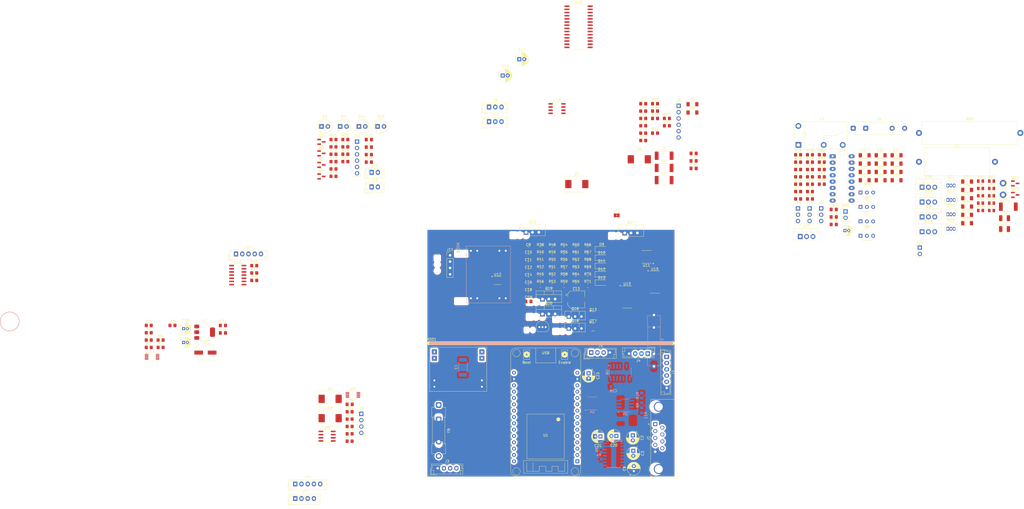
<source format=kicad_pcb>
(kicad_pcb (version 20240108) (generator "pcbnew") (generator_version "8.0")
  (layers (0 "F.Cu" signal) (31 "B.Cu" signal) (34 "B.Paste" user) (35 "F.Paste" user) (36 "B.SilkS" user "B.Silkscreen") (37 "F.SilkS" user "F.Silkscreen") (38 "B.Mask" user) (39 "F.Mask" user) (44 "Edge.Cuts" user))
  (net 0 "")
  (net 1 "GND")
  (net 2 "VOLTAGE_BATT_12V")
  (net 3 "VREF_2V5")
  (net 4 "Net-(U13A--)")
  (net 5 "+5V")
  (net 6 "Net-(U13B--)")
  (net 7 "Net-(U18B-+)")
  (net 8 "Net-(Q19-B)")
  (net 9 "Net-(Q20-B)")
  (net 10 "TEMP_HEAT_SINK_12V")
  (net 11 "TEMP_HEAT_SINK_24V")
  (net 12 "TEMP_AKU_24V")
  (net 13 "TEMP_AKU_12V")
  (net 14 "Net-(U17-VO)")
  (net 15 "DC_LINE_24V")
  (net 16 "Net-(Q13-C)")
  (net 17 "Net-(Q16-B)")
  (net 18 "Net-(Q17-C)")
  (net 19 "Net-(Q17-B)")
  (net 20 "Net-(Q18-B)")
  (net 21 "Net-(Q19-E)")
  (net 22 "Net-(Q20-E)")
  (net 23 "BALANCE_ON_24V")
  (net 24 "BALANCE_ON_12V")
  (net 25 "Net-(J9-Pin_3)")
  (net 26 "Net-(J9-Pin_2)")
  (net 27 "Net-(J12-Pin_3)")
  (net 28 "PWM_OUT1")
  (net 29 "Net-(U18B--)")
  (net 30 "PWM_OUT2")
  (net 31 "R_shunt")
  (net 32 "7_SEG_DISP_CLOCK")
  (net 33 "+3V3")
  (net 34 "Net-(MOD1-OUT+)")
  (net 35 "Net-(U1-EN)")
  (net 36 "7_SEG_DISP_LATCH")
  (net 37 "Net-(U3-T1IN)")
  (net 38 "Net-(U3-R1IN)")
  (net 39 "/BMS/BMS_microcontroller/RS485_A")
  (net 40 "Net-(J2-Pin_2)")
  (net 41 "/BMS/BMS_microcontroller/RS485_B")
  (net 42 "Net-(J2-Pin_3)")
  (net 43 "SDA_ESP")
  (net 44 "Net-(J2-Pin_4)")
  (net 45 "Net-(J2-Pin_5)")
  (net 46 "CLOCK_ESP")
  (net 47 "Net-(J7-Pin_4)")
  (net 48 "INVERTER_TX")
  (net 49 "Net-(J7-Pin_3)")
  (net 50 "CO2_SENSOR")
  (net 51 "7_SEG_DISP_DATA")
  (net 52 "METER_GRID_TX")
  (net 53 "LCD_DISP_DATA")
  (net 54 "H2_SENSOR")
  (net 55 "RS485_TX_ESP")
  (net 56 "RST")
  (net 57 "/ESP32_Measurment_Board/RS485_A")
  (net 58 "/ESP32_Measurment_Board/RS485_B")
  (net 59 "SDA")
  (net 60 "CLOCK")
  (net 61 "RS485_OUTPUT_ENABLE")
  (net 62 "RS232_RX")
  (net 63 "RS232_TX")
  (net 64 "METER_PV_RX")
  (net 65 "INVERTER_RX")
  (net 66 "LCD_DISP_LATCH")
  (net 67 "METER_GRID_RX")
  (net 68 "METER_PV_TX")
  (net 69 "METER_MAIN_TX")
  (net 70 "PGD")
  (net 71 "PGC")
  (net 72 "DBG_UART")
  (net 73 "Net-(D8-K)")
  (net 74 "+BATT_12V")
  (net 75 "GNDA")
  (net 76 "Net-(D9-K)")
  (net 77 "Net-(MOD2-OUT+)")
  (net 78 "+BATT_24V")
  (net 79 "Net-(J12-Pin_2)")
  (net 80 "Net-(Q13-B)")
  (net 81 "Net-(Q14-E)")
  (net 82 "Net-(Q14-B)")
  (net 83 "Net-(Q15-B)")
  (net 84 "Net-(Q15-E)")
  (net 86 "METER_MAIN_RX")
  (net 87 "DISP_DATA")
  (net 88 "Net-(J3-Pin_2)")
  (net 90 "Net-(J3-Pin_3)")
  (net 93 "Net-(U3-C1+)")
  (net 94 "Net-(U3-C1-)")
  (net 95 "Net-(U3-C2+)")
  (net 96 "Net-(U3-C2-)")
  (net 97 "Net-(U3-VS-)")
  (net 98 "Net-(U3-VS+)")
  (net 99 "Net-(J2-Pin_1)")
  (net 100 "Net-(J3-Pin_4)")
  (net 101 "Net-(Q10-D)")
  (net 104 "Net-(Q9-D)")
  (net 109 "Net-(J4-Pin_2)")
  (net 110 "Net-(J4-Pin_3)")
  (net 111 "Net-(J5-Pin_3)")
  (net 112 "Net-(J5-Pin_2)")
  (net 117 "RS485_OUTPUT_ENABLE_ESP")
  (net 118 "DISP_CLOCK")
  (net 119 "DISP_LATCH")
  (net 120 "RS485_RX_ESP")
  (net 121 "RS232_RX_ESP")
  (net 122 "RS232_TX_ESP")
  (net 124 "Net-(D31-A)")
  (net 125 "Net-(U18A-+)")
  (net 126 "Net-(U15C--)")
  (net 127 "Net-(U15D--)")
  (net 128 "Net-(U15B--)")
  (net 129 "Net-(U15A--)")
  (net 130 "Net-(U18A--)")
  (net 131 "Net-(U13C--)")
  (net 132 "Net-(U13D--)")
  (net 133 "Net-(J15-Pin_1)")
  (net 134 "Net-(J16-Pin_1)")
  (net 135 "Net-(D3-A)")
  (net 136 "Net-(D4-A)")
  (net 137 "Net-(D14-A)")
  (net 138 "Net-(D15-A)")
  (net 139 "RB1")
  (net 140 "Net-(D32-A)")
  (net 141 "PWM_OUT_DISCH")
  (net 142 "Net-(D33-A)")
  (net 143 "Net-(Q1-B)")
  (net 144 "Net-(Q1-C)")
  (net 145 "Net-(Q2-C)")
  (net 146 "Net-(Q2-B)")
  (net 147 "Net-(Q3-C)")
  (net 148 "Net-(Q3-B)")
  (net 149 "Net-(Q4-B)")
  (net 150 "Net-(Q4-C)")
  (net 151 "Net-(R15-Pad2)")
  (net 152 "Net-(R16-Pad2)")
  (net 153 "LED1")
  (net 154 "LED2")
  (net 155 "LCD_DISP_CLOCK")
  (net 156 "Net-(Q5-B)")
  (net 157 "BUZZER")
  (net 158 "Net-(D17-K)")
  (net 159 "Net-(J19-Pin_2)")
  (net 160 "GAMA_METER_LED")
  (net 161 "/ESP32_Measurment_Board/INV_TX_RS232")
  (net 162 "/ESP32_Measurment_Board/INV_RX_RS232")
  (net 163 "Net-(D34-K)")
  (net 164 "Net-(D35-A)")
  (net 165 "PWM_OUT_CHRG")
  (net 166 "Net-(D36-K)")
  (net 167 "+20V")
  (net 168 "Net-(F4-Pad2)")
  (net 169 "Net-(J23-Pin_1)")
  (net 170 "Net-(J21-Pin_1)")
  (net 171 "Net-(J18-Pin_2)")
  (net 172 "Net-(J18-Pin_1)")
  (net 173 "DS18B20")
  (net 174 "Net-(D16-K)")
  (net 175 "Net-(Q6-B)")
  (net 176 "Net-(Q7-B)")
  (net 177 "SMOKE_DETECTOR_OUTPUT")
  (net 178 "Net-(Q8-B)")
  (net 179 "Net-(Q8-C)")
  (net 180 "Net-(Q11-B)")
  (net 181 "Net-(Q11-E)")
  (net 182 "Net-(Q22-C)")
  (net 183 "Net-(Q23-C)")
  (net 184 "Net-(Q24-E)")
  (net 185 "Net-(Q24-B)")
  (net 186 "SMOKE_DETECTOR_RESET")
  (net 187 "Net-(U17-ADJ)")
  (net 188 "ALARM_RESET_BUTTON")
  (net 189 "EXTERNAL_PS_ON")
  (net 190 "Net-(U3-R2OUT)")
  (net 191 "Net-(R81-Pad2)")
  (net 192 "Net-(R82-Pad2)")
  (net 193 "Net-(U4-RO)")
  (net 194 "Net-(U3-T2IN)")
  (net 195 "Net-(U8-DI)")
  (net 196 "Net-(R86-Pad2)")
  (net 197 "Net-(U8-DE)")
  (net 198 "Net-(U8-RO)")
  (net 199 "Net-(U5-DI)")
  (net 200 "Net-(R90-Pad2)")
  (net 202 "IDEAL_DIODE_DISABLE")
  (footprint "Package_SO:SOIC-14_3.9x8.7mm_P1.27mm" (layer "F.Cu") (at 258.65 51.515)
    (property "Reference" "U15")
    (property "Value" "LM324")
  )
  (footprint "Capacitor_THT:CP_Radial_D5.0mm_P2.00mm" (layer "F.Cu") (at 197.67455 -31.4)
    (property "Reference" "C15")
    (property "Value" "47u")
  )
  (footprint "Resistor_SMD:R_0805_2012Metric_Pad1.20x1.40mm_HandSolder" (layer "F.Cu") (at 217.5 38.15)
    (property "Reference" "R48")
    (property "Value" "0R")
  )
  (footprint "Resistor_SMD:R_0805_2012Metric_Pad1.20x1.40mm_HandSolder" (layer "F.Cu") (at 227 52.9)
    (property "Reference" "R65")
    (property "Value" "3k")
  )
  (footprint "Connector_JST:JST_EH_B2B-EH-A_1x02_P2.50mm_Vertical" (layer "F.Cu") (at 145.125 7.475)
    (property "Reference" "J15")
    (property "Value" "FAN1")
  )
  (footprint "Resistor_SMD:R_0805_2012Metric" (layer "F.Cu") (at 389.2275 16.86)
    (property "Reference" "R94")
    (property "Value" "4k7")
  )
  (footprint "Package_TO_SOT_SMD:SOT-23" (layer "F.Cu") (at 125.005 -4.79)
    (property "Reference" "Q1")
    (property "Value" "BC817")
  )
  (footprint "Package_TO_SOT_THT:TO-220-3_Vertical" (layer "F.Cu") (at 365.8075 13.41)
    (property "Reference" "D18")
    (property "Value" "D_Schottk")
  )
  (footprint "Resistor_SMD:R_0805_2012Metric_Pad1.20x1.40mm_HandSolder" (layer "F.Cu") (at 217.5 52.9)
    (property "Reference" "R53")
    (property "Value" "10k")
  )
  (footprint "Package_SO:VSSOP-10_3x3mm_P0.5mm" (layer "F.Cu") (at 137.63 96.775)
    (property "Reference" "U9")
    (property "Value" "INA226")
  )
  (footprint "Resistor_SMD:R_0805_2012Metric" (layer "F.Cu") (at 393.6375 22.76)
    (property "Reference" "R101")
    (property "Value" "100R")
  )
  (footprint "Diode_SMD:D_SMC" (layer "F.Cu") (at 227.375 12.16)
    (property "Reference" "D7")
    (property "Value" "D_TVS")
  )
  (footprint "Capacitor_SMD:C_0805_2012Metric_Pad1.18x1.45mm_HandSolder" (layer "F.Cu") (at 207.97 53.23)
    (property "Reference" "C16")
    (property "Value" "100n")
  )
  (footprint "Package_TO_SOT_THT:TO-92_Inline_Wide" (layer "F.Cu") (at 341.1075 32.92)
    (property "Reference" "Q8")
    (property "Value" "NPN")
  )
  (footprint "Resistor_SMD:R_0805_2012Metric_Pad1.20x1.40mm_HandSolder" (layer "F.Cu") (at 212.75 47)
    (property "Reference" "R42")
    (property "Value" "0R1")
  )
  (footprint "Resistor_SMD:R_0805_2012Metric_Pad1.20x1.40mm_HandSolder" (layer "F.Cu") (at 320.8475 15.16)
    (property "Reference" "R84")
    (property "Value" "4k7")
  )
  (footprint "Connector_JST:JST_EH_B2B-EH-A_1x02_P2.50mm_Vertical" (layer "F.Cu") (at 145.125 13.325)
    (property "Reference" "J16")
    (property "Value" "FAN2")
  )
  (footprint "Jumper:SolderJumper-2_P1.3mm_Bridged2Bar_Pad1.0x1.5mm" (layer "F.Cu") (at 243.375 24.705)
    (property "Reference" "JP1")
    (property "Value" "GND_Bridged")
  )
  (footprint "Package_TO_SOT_SMD:SOT-23" (layer "F.Cu") (at 233.92 69.55)
    (property "Reference" "Q17")
    (property "Value" "BC817")
  )
  (footprint "Resistor_SMD:R_0805_2012Metric" (layer "F.Cu") (at 393.6375 13.91)
    (property "Reference" "R98")
    (property "Value" "10k")
  )
  (footprint "Resistor_SMD:R_0805_2012Metric_Pad1.20x1.40mm_HandSolder" (layer "F.Cu") (at 227 38.15)
    (property "Reference" "R60")
    (property "Value" "1k")
  )
  (footprint "Resistor_SMD:R_0805_2012Metric_Pad1.20x1.40mm_HandSolder" (layer "F.Cu") (at 316.0975 12.21)
    (property "Reference" "R75")
    (property "Value" "240R")
  )
  (footprint "Resistor_SMD:R_0805_2012Metric_Pad1.20x1.40mm_HandSolder" (layer "F.Cu") (at 212.75 41.1)
    (property "Reference" "R40")
    (property "Value" "120R")
  )
  (footprint "Resistor_SMD:R_0805_2012Metric_Pad1.20x1.40mm_HandSolder" (layer "F.Cu") (at 231.75 49.95)
    (property "Reference" "R70")
    (property "Value" "0R")
  )
  (footprint "Resistor_SMD:R_0805_2012Metric_Pad1.20x1.40mm_HandSolder" (layer "F.Cu") (at 65.275 68.865)
    (property "Reference" "R8")
    (property "Value" "510R")
  )
  (footprint "Resistor_SMD:R_0805_2012Metric_Pad1.20x1.40mm_HandSolder" (layer "F.Cu") (at 325.5975 3.36)
    (property "Reference" "R87")
    (property "Value" "4k7")
  )
  (footprint "Resistor_SMD:R_0805_2012Metric_Pad1.20x1.40mm_HandSolder" (layer "F.Cu") (at 136.3 106.48)
    (property "Reference" "R12")
    (property "Value" "510R")
  )
  (footprint "Resistor_SMD:R_0805_2012Metric_Pad1.20x1.40mm_HandSolder" (layer "F.Cu") (at 253.995 -14.185)
    (property "Reference" "R31")
    (property "Value" "6k8")
  )
  (footprint "Package_TO_SOT_THT:TO-126-3_Vertical" (layer "F.Cu") (at 224.16 65.3)
    (property "Reference" "Q16")
    (property "Value" "BD238")
  )
  (footprint "Resistor_SMD:R_0805_2012Metric_Pad1.20x1.40mm_HandSolder" (layer "F.Cu") (at 129.825 -2.765)
    (property "Reference" "R16")
    (property "Value" "0R")
  )
  (footprint "Connector_JST:JST_EH_B4B-EH-A_1x04_P2.50mm_Vertical" (layer "F.Cu") (at 233.15 79.75)
    (property "Reference" "J5")
    (property "Value" "Conn_01x04")
  )
  (footprint "Package_TO_SOT_THT:TO-92_Inline" (layer "F.Cu") (at 376.1075 30.11)
    (property "Reference" "Q25")
    (property "Value" "BC327")
  )
  (footprint "Capacitor_SMD:C_0805_2012Metric_Pad1.18x1.45mm_HandSolder" (layer "F.Cu") (at 144.005 3.345)
    (property "Reference" "C34")
    (property "Value" "100n")
  )
  (footprint "Resistor_SMD:R_0805_2012Metric_Pad1.20x1.40mm_HandSolder" (layer "F.Cu") (at 320.8475 9.26)
    (property "Reference" "R82")
    (property "Value" "10k")
  )
  (footprint "Capacitor_SMD:C_0805_2012Metric_Pad1.18x1.45mm_HandSolder" (layer "F.Cu") (at 274.205 -0.155)
    (property "Reference" "C4")
    (property "Value" "100n")
  )
  (footprint "Connector_JST:JST_EH_B3B-EH-A_1x03_P2.50mm_Vertical" (layer "F.Cu") (at 192.195 -12.9)
    (property "Reference" "J12")
    (property "Value" "Conn_01x03")
  )
  (footprint "Capacitor_SMD:C_0805_2012Metric_Pad1.18x1.45mm_HandSolder" (layer "F.Cu") (at 330.3775 28.36)
    (property "Reference" "C38")
    (property "Value" "100n")
  )
  (footprint "Capacitor_Tantalum_SMD:CP_EIA-3528-21_Kemet-B" (layer "F.Cu") (at 398.8625 25.85)
    (property "Reference" "C42")
    (property "Value" "22u")
  )
  (footprint "Resistor_SMD:R_0805_2012Metric_Pad1.20x1.40mm_HandSolder" (layer "F.Cu") (at 222.25 41.1)
    (property "Reference" "R55")
    (property "Value" "15k")
  )
  (footprint "Package_SO:SOIC-28W_7.5x17.9mm_P1.27mm" (layer "F.Cu") (at 228.075 -50.96)
    (property "Reference" "U10")
    (property "Value" "PIC16F886-IP")
  )
  (footprint "Resistor_SMD:R_0805_2012Metric_Pad1.20x1.40mm_HandSolder" (layer "F.Cu") (at 231.75 52.9)
    (property "Reference" "R71")
    (property "Value" "0R1")
  )
  (footprint "LED_THT:LED_D5.0mm" (layer "F.Cu") (at 125.035 -10.965)
    (property "Reference" "D3")
    (property "Value" "LED")
  )
  (footprint "Package_SO:SO-8_3.9x4.9mm_P1.27mm" (layer "F.Cu") (at 219.445 -18.13)
    (property "Reference" "U18")
    (property "Value" "LM358")
  )
  (footprint "Resistor_SMD:R_0805_2012Metric_Pad1.20x1.40mm_HandSolder" (layer "F.Cu") (at 258.745 -14.185)
    (property "Reference" "R37")
    (property "Value" "10k")
  )
  (footprint "Package_SO:VSSOP-10_3x3mm_P0.5mm" (layer "F.Cu") (at 57.105 81.49)
    (property "Reference" "U2")
    (property "Value" "INA226")
  )
  (footprint "Package_TO_SOT_THT:TO-220-3_Vertical" (layer "F.Cu") (at 365.8075 25.33)
    (property "Reference" "Q9")
    (property "Value" "PMOS")
  )
  (footprint "Resistor_SMD:R_0805_2012Metric_Pad1.20x1.40mm_HandSolder" (layer "F.Cu") (at 222.25 52.9)
    (property "Reference" "R59")
    (property "Value" "15k")
  )
  (footprint "Diode_SMD:D_MiniMELF" (layer "F.Cu") (at 342.7925 0.605)
    (property "Reference" "D17")
    (property "Value" "5V6")
  )
  (footprint "Resistor_SMD:R_0805_2012Metric" (layer "F.Cu") (at 389.2275 22.76)
    (property "Reference" "R96")
    (property "Value" "1k")
  )
  (footprint "Diode_SMD:D_MiniMELF" (layer "F.Cu") (at 355.5825 0.605)
    (property "Reference" "D27")
    (property "Value" "3V3")
  )
  (footprint "Diode_SMD:D_MiniMELF" (layer "F.Cu") (at 349.1875 0.605)
    (property "Reference" "D23")
    (property "Value" "3V3")
  )
  (footprint "Resistor_SMD:R_0805_2012Metric_Pad1.20x1.40mm_HandSolder" (layer "F.Cu") (at 217.5 41.1)
    (property "Reference" "R49")
    (property "Value" "0R")
  )
  (footprint "Resistor_SMD:R_0805_2012Metric_Pad1.20x1.40mm_HandSolder" (layer "F.Cu") (at 129.825 3.135)
    (property "Reference" "R19")
    (property "Value" "220R")
  )
  (footprint "Resistor_SMD:R_0805_2012Metric" (layer "F.Cu") (at 393.6375 19.81)
    (property "Reference" "R100")
    (property "Value" "1k")
  )
  (footprint "Resistor_SMD:R_0805_2012Metric_Pad1.20x1.40mm_HandSolder" (layer "F.Cu") (at 217.5 49.95)
    (property "Reference" "R52")
    (property "Value" "120R")
  )
  (footprint "Package_TO_SOT_SMD:SOT-223-3_TabPin2" (layer "F.Cu") (at 78.175 71.59)
    (property "Reference" "U7")
    (property "Value" "AMS1117-5.0")
  )
  (footprint "Capacitor_THT:CP_Radial_D5.0mm_P2.00mm" (layer "F.Cu") (at 236.855113 113.42 180)
    (property "Reference" "C21")
    (property "Value" "47u")
  )
  (footprint "Connector_JST:JST_EH_B5B-EH-A_1x05_P2.50mm_Vertical" (layer "F.Cu") (at 90.76 40.2)
    (property "Reference" "J17")
    (property "Value" "LCD_DISP")
  )
  (footprint "Resistor_SMD:R_0805_2012Metric_Pad1.20x1.40mm_HandSolder" (layer "F.Cu") (at 231.75 44.05)
    (property "Reference" "R68")
    (property "Value" "10K")
  )
  (footprint "Package_TO_SOT_THT:TO-92_Inline_Wide" (layer "F.Cu") (at 341.1075 21.34)
    (property "Reference" "Q6")
    (property "Value" "NPN")
  )
  (footprint "Diode_SMD:D_MiniMELF" (layer "F.Cu") (at 355.5825 3.945)
    (property "Reference" "D28")
    (property "Value" "3V3")
  )
  (footprint "Diode_SMD:D_MiniMELF" (layer "F.Cu") (at 273.74 -19.89)
    (property "Reference" "D5")
    (property "Value" "3V3")
  )
  (footprint "Diode_SMD:D_SMC" (layer "F.Cu") (at 128.505 106.1)
    (property "Reference" "D2")
    (property "Value" "D_TVS")
  )
  (footprint "Capacitor_SMD:CP_Elec_6.3x4.5" (layer "F.Cu") (at 227.15 58.45)
    (property "Reference" "C13")
    (property "Value" "10u")
  )
  (footprint "Package_TO_SOT_THT:TO-92_Inline" (layer "F.Cu") (at 376.1075 12.74)
    (property "Reference" "Q11")
    (property "Value" "BC327")
  )
  (footprint "Resistor_SMD:R_0805_2012Metric_Pad1.20x1.40mm_HandSolder" (layer "F.Cu") (at 60.525 77.715)
    (property "Reference" "R7")
    (property "Value" "510R")
  )
  (footprint "Resistor_SMD:R_0805_2012Metric_Pad1.20x1.40mm_HandSolder" (layer "F.Cu") (at 129.825 6.085)
    (property "Reference" "R20")
    (property "Value" "10K")
  )
  (footprint "Package_SO:SOIC-8_3.9x4.9mm_P1.27mm" (layer "F.Cu") (at 255.315 41.37 180)
    (property "Reference" "U11")
    (property "Value" "ST485")
  )
  (footprint "Resistor_SMD:R_0805_2012Metric_Pad1.20x1.40mm_HandSolder" (layer "F.Cu") (at 320.8475 6.31)
    (property "Reference" "R81")
    (property "Value" "10k")
  )
  (footprint "Capacitor_THT:CP_Radial_D5.0mm_P2.00mm" (layer "F.Cu") (at 232.1 88.1 -90)
    (property "Reference" "C23")
    (property "Value" "22u")
  )
  (footprint "Capacitor_SMD:C_0805_2012Metric_Pad1.18x1.45mm_HandSolder" (layer "F.Cu") (at 85.505 68.895)
    (property "Reference" "C24")
    (property "Value" "100n")
  )
  (footprint "Resistor_SMD:R_0805_2012Metric_Pad1.20x1.40mm_HandSolder" (layer "F.Cu") (at 320.8475 0.41)
    (property "Reference" "R78")
    (property "Value" "10k")
  )
  (footprint "Package_TO_SOT_THT:TO-92_Inline" (layer "F.Cu") (at 212.36 69.55)
    (property "Reference" "U14")
    (property "Value" "TL431LP")
  )
  (footprint "Diode_SMD:D_MiniMELF" (layer "F.Cu") (at 383.8525 21.175)
    (property "Reference" "D34")
    (property "Value" "11V")
  )
  (footprint "Diode_SMD:D_SMC" (layer "F.Cu") (at 252.44 2.215)
    (property "Reference" "D6")
    (property "Value" "D_TVS")
  )
  (footprint "Resistor_SMD:R_0805_2012Metric_Pad1.20x1.40mm_HandSolder" (layer "F.Cu") (at 253.995 -8.285)
    (property "Reference" "R33")
    (property "Value" "510R")
  )
  (footprint "Diode_SMD:D_MiniMELF" (layer "F.Cu") (at 383.8525 14.495)
    (property "Reference" "D32")
    (property "Value" "LL4148")
  )
  (footprint "Fuse:Fuse_2512_6332Metric_Pad1.52x3.35mm_HandSolder" (layer "F.Cu") (at 262.385 5.675)
    (property "Reference" "F4")
    (property "Value" "2A")
  )
  (footprint "Resistor_SMD:R_0805_2012Metric_Pad1.20x1.40mm_HandSolder" (layer "F.Cu") (at 129.825 -5.715)
    (property "Reference" "R15")
    (property "Value" "0R")
  )
  (footprint "Resistor_SMD:R_0805_2012Metric_Pad1.20x1.40mm_HandSolder" (layer "F.Cu") (at 55.775 77.715)
    (property "Reference" "R3")
    (property "Value" "10k")
  )
  (footprint "Resistor_SMD:R_0805_2012Metric_Pad1.20x1.40mm_HandSolder" (layer "F.Cu") (at 55.775 68.865)
    (property "Reference" "C1")
    (property "Value" "100n")
  )
  (footprint "Resistor_SMD:R_0805_2012Metric_Pad1.20x1.40mm_HandSolder" (layer "F.Cu") (at 325.5975 12.21)
    (property "Reference" "R90")
    (property "Value" "4k7")
  )
  (footprint "Package_TO_SOT_SMD:SOT-23" (layer "F.Cu") (at 403.1375 16.51)
    (property "Reference" "Q23")
    (property "Value" "BC817")
  )
  (footprint "Diode_SMD:D_MiniMELF" (layer "F.Cu") (at 349.1875 7.285)
    (property "Reference" "D25")
    (property "Value" "3V3")
  )
  (footprint "Connector_PinHeader_2.54mm:PinHeader_1x03_P2.54mm_Vertical" (layer "F.Cu") (at 316.0475 21.91)
    (property "Reference" "J18")
    (property "Value" "SMOKE_DETECTOR")
  )
  (footprint "Inductor_THT:L_Axial_L26.0mm_D11.0mm_P30.48mm_Horizontal_Fastron_77A" (layer "F.Cu") (at 364.5475 3.21)
    (property "Reference" "L1")
    (property "Value" "L")
  )
  (footprint "Capacitor_SMD:C_0805_2012Metric_Pad1.18x1.45mm_HandSolder" (layer "F.Cu") (at 144.005 -2.675)
    (property "Reference" "C32")
    (property "Value" "100n")
  )
  (footprint "Resistor_SMD:R_0805_2012Metric_Pad1.20x1.40mm_HandSolder" (layer "F.Cu") (at 222.25 49.95)
    (property "Reference" "R58")
    (property "Value" "15k")
  )
  (footprint "Resistor_SMD:R_0805_2012Metric_Pad1.20x1.40mm_HandSolder" (layer "F.Cu") (at 316.0975 3.36)
    (property "Reference" "R29")
    (property "Value" "10k")
  )
  (footprint "Diode_SMD:D_MiniMELF" (layer "F.Cu") (at 383.8525 17.835)
    (property "Reference" "D33")
    (property "Value" "18V")
  )
  (footprint "Diode_SMD:D_SMC" (layer "F.Cu") (at 128.505 98.35)
    (property "Reference" "D1")
    (property "Value" "D_TVS")
  )
  (footprint "Resistor_THT:R_Axial_Power_L38.0mm_W9.0mm_P40.64mm" (layer "F.Cu") (at 364.5475 -8.34)
    (property "Reference" "R80")
    (property "Value" "20A/75mV")
  )
  (footprint "Capacitor_SMD:C_0805_2012Metric_Pad1.18x1.45mm_HandSolder" (layer "F.Cu") (at 144.005 -5.685)
    (property "Reference" "C31")
    (property "Value" "100n")
  )
  (footprint "Connector_PinHeader_2.54mm:PinHeader_1x02_P2.54mm_Vertical" (layer "F.Cu") (at 364.8975 37.65)
    (property "Reference" "J23")
    (property "Value" "Batt")
  )
  (footprint "Package_DIP:DIP-16_W7.62mm_LongPads" (layer "F.Cu") (at 329.9475 1.01)
    (property "Reference" "U19")
    (property "Value" "PCF8574")
  )
  (footprint "Connector_PinHeader_2.54mm:PinHeader_1x02_P2.54mm_Vertical" (layer "F.Cu") (at 335.1075 23.16)
    (property "Reference" "SW1")
    (property "Value" "SW_Push")
  )
  (footprint "Resistor_SMD:R_0805_2012Metric_Pad1.20x1.40mm_HandSolder" (layer "F.Cu") (at 222.25 47)
    (property "Reference" "R57")
    (property "Value" "1k")
  )
  (footprint "Package_TO_SOT_SMD:SOT-23" (layer "F.Cu") (at 403.1375 11.885)
    (property "Reference" "Q22")
    (property "Value" "BC817")
  )
  (footprint "Connector_JST:JST_EH_B5B-EH-A_1x05_P2.50mm_Vertical" (layer "F.Cu") (at 114.5 132.5)
    (property "Reference" "J14")
    (property "Value" "7SEG_DISP")
  )
  (footprint "Resistor_SMD:R_0805_2012Metric_Pad1.20x1.40mm_HandSolder" (layer "F.Cu") (at 231.75 41.1)
    (property "Reference" "R67")
    (property "Value" "10k")
  )
  (footprint "Diode_SMD:D_MiniMELF" (layer "F.Cu") (at 349.1875 10.625)
    (property "Reference" "D26")
    (property "Value" "3V3")
  )
  (footprint "Resistor_SMD:R_0805_2012Metric_Pad1.20x1.40mm_HandSolder" (layer "F.Cu") (at 222.25 44.05)
    (property "Reference" "R56")
    (property "Value" "1k")
  )
  (footprint "Resistor_SMD:R_0805_2012Metric_Pad1.20x1.40mm_HandSolder" (layer "F.Cu") (at 325.5975 6.31)
    (property "Reference" "R88")
    (property "Value" "4k7")
  )
  (footprint "Connector_PinHeader_2.54mm:PinHeader_1x03_P2.54mm_Vertical" (layer "F.Cu") (at 320.6975 21.91)
    (property "Reference" "J19")
    (property "Value" "GAMA_METER")
  )
  (footprint "Resistor_SMD:R_0805_2012Metric_Pad1.20x1.40mm_HandSolder" (layer "F.Cu") (at 316.0975 18.11)
    (property "Reference" "R77")
    (property "Value" "10k")
  )
  (footprint "Resistor_SMD:R_0805_2012Metric_Pad1.20x1.40mm_HandSolder" (layer "F.Cu") (at 227 49.95)
    (property "Reference" "R64")
    (property "Value" "10k")
  )
  (footprint "My-Footprints:esp32_devkit_v1_doit" (layer "F.Cu") (at 214.89 123.41 180)
    (property "Reference" "U1")
    (property "Value" "ESP32_DevKit_V1_DOIT")
  )
  (footprint "Package_TO_SOT_THT:TO-92_Inline" (layer "F.Cu") (at 376.1075 24.32)
    (property "Reference" "Q24")
    (property "Value" "BC337")
  )
  (footprint "Capacitor_SMD:C_0805_2012Metric_Pad1.18x1.45mm_HandSolder" (layer "F.Cu") (at 207.97 50.22)
    (property "Reference" "C14")
    (property "Value" "100n")
  )
  (footprint "Capacitor_THT:CP_Radial_D5.0mm_P2.00mm" (layer "F.Cu") (at 204.314325 -37.95)
    (property "Reference" "C17")
    (property "Value" "47u/16V")
  )
  (footprint "Resistor_SMD:R_0805_2012Metric" (layer "F.Cu") (at 389.2275 13.91)
    (property "Reference" "R93")
    (property "Value" "10k")
  )
  (footprint "Resistor_SMD:R_0805_2012Metric_Pad1.20x1.40mm_HandSolder" (layer "F.Cu") (at 212.75 49.95)
    (property "Reference" "R45")
    (property "Value" "10k")
  )
  (footprint "Relay_THT:Relay_SPST_Omron-G5Q-1A" (layer "F.Cu") (at 316.1975 -3.54)
    (property "Reference" "K1")
    (property "Value" "Relay_SPST-NO")
  )
  (footprint "Resistor_SMD:R_0805_2012Metric_Pad1.20x1.40mm_HandSolder" (layer "F.Cu") (at 55.775 74.765)
    (property "Reference" "R2")
    (property "Value" "10k")
  )
  (footprint "Resistor_SMD:R_0805_2012Metric_Pad1.20x1.40mm_HandSolder" (layer "F.Cu") (at 212.75 38.15)
    (property "Reference" "R38")
    (property "Value" "120R")
  )
  (footprint "Resistor_SMD:R_0805_2012Metric_Pad1.20x1.40mm_HandSolder" (layer "F.Cu") (at 258.745 -20.085)
    (property "Reference" "R35")
    (property "Value" "510R")
  )
  (footprint "Diode_SMD:D_MiniMELF" (layer "F.Cu") (at 349.1875 3.945)
    (property "Reference" "D24")
    (property "Value" "3V3")
  )
  (footprint "Connector_PinHeader_2.54mm:PinHeader_1x06_P2.54mm_Vertical" (layer "F.Cu") (at 268.195 -19.235)
    (property "Reference" "J8")
    (property "Value" "ICP")
  )
  (footprint "Diode_SMD:D_MiniMELF" (layer "F.Cu") (at 237.345 51.705)
    (property "Reference" "D13")
    (property "Value" "3V3")
  )
  (footprint "Connector_PinHeader_2.54mm:PinHeader_1x06_P2.54mm_Vertical" (layer "F.Cu") (at 139.275 -4.865)
    (property "Reference" "J10")
    (property "Value" "Conn_01x03")
  )
  (footprint "Diode_SMD:D_MiniMELF" (layer "F.Cu") (at 383.8525 24.515)
    (property "Reference" "D35")
    (property "Value" "LL4148")
  )
  (footprint "Capacitor_SMD:C_0805_2012Metric_Pad1.18x1.45mm_HandSolder" (layer "F.Cu") (at 207.97 47.21)
    (property "Reference" "C12")
    (property "Value" "100n")
  )
  (footprint "Connector_JST:JST_EH_B4B-EH-A_1x04_P2.50mm_Vertical" (layer "F.Cu") (at 114.5 138.35)
    (property "Reference" "J7")
    (property "Value" "BATTERY_SHUNT")
  )
  (footprint "Package_TO_SOT_THT:TO-126-3_Vertical" (layer "F.Cu") (at 224.16 70.1)
    (property "Reference" "Q18")
    (property "Value" "BD238")
  )
  (footprint "Diode_SMD:D_MiniMELF" (layer "F.Cu") (at 355.5825 7.285)
    (property "Reference" "D29")
    (property "Value" "3V3")
  )
  (footprint "Resistor_SMD:R_0805_2012Metric_Pad1.20x1.40mm_HandSolder" (layer "F.Cu") (at 231.75 47)
    (property "Reference" "R69")
    (property "Value" "3K")
  )
  (footprint "Resistor_SMD:R_0805_2012Metric_Pad1.20x1.40mm_HandSolder" (layer "F.Cu") (at 253.995 -5.335)
    (property "Reference" "R34")
    (property "Value" "120R")
  )
  (footprint "Capacitor_SMD:C_0805_2012Metric_Pad1.18x1.45mm_HandSolder" (layer "F.Cu") (at 330.3775 22.34)
    (property "Reference" "C35")
    (property "Value" "100n")
  )
  (footprint "Diode_SMD:D_MiniMELF" (layer "F.Cu") (at 237.345 41.685)
    (property "Reference" "D10")
    (property "Value" "3V3")
  )
  (footprint "Connector_JST:JST_EH_B6B-EH-A_1x06_P2.50mm_Vertical" (layer "F.Cu") (at 263.4 81.5 -90)
    (property "Reference" "J2")
    (property "Value" "POZYTON_METER")
  )
  (footprint "Capacitor_SMD:C_0805_2012Metric_Pad1.18x1.45mm_HandSolder" (layer "F.Cu") (at 207.97 56.24)
    (property "Reference" "C18")
    (property "Value" "100n")
  )
  (footprint "Capacitor_THT:CP_Radial_D4.0mm_P1.50mm" (layer "F.Cu") (at 69.729801 75.715)
    (property "Reference" "C27")
    (property "Value" "100u")
  )
  (footprint "Resistor_SMD:R_0805_2012Metric_Pad1.20x1.40mm_HandSolder" (layer "F.Cu") (at 134.575 -5.715)
    (property "Reference" "R22")
    (property "Value" "10K")
  )
  (footprint "Capacitor_THT:CP_Radial_D5.0mm_P2.00mm" (layer "F.Cu") (at 250.225 127.350111 90)
    (property "Reference" "C9")
    (property "Value" "10u")
  )
  (footprint "Diode_SMD:D_MiniMELF" (layer "F.Cu") (at 237.345 45.025)
    (property "Reference" "D11")
    (property "Value" "3V3")
  )
  (footprint "Package_TO_SOT_THT:TO-220-3_Vertical" (layer "F.Cu") (at 207.055 31.52)
    (property "Reference" "Q15")
    (property "Value" "NPN")
  )
  (footprint "Diode_SMD:D_MiniMELF" (layer "F.Cu") (at 342.7925 3.945)
    (property "Reference" "D19")
    (property "Value" "3V3")
  )
  (footprint "Diode_SMD:D_MiniMELF" (layer "F.Cu") (at 237.345 48.365)
    (property "Reference" "D12")
    (property "Value" "3V3")
  )
  (footprint "Connector_Pin:Pin_D1.4mm_L8.5mm_W2.8mm_FlatFork" (layer "F.Cu") (at 398.2675 11.81)
    (property "Reference" "J21")
    (property "Value" "BATT")
  )
  (footprint "Capacitor_THT:CP_Radial_D5.0mm_P2.00mm" (layer "F.Cu") (at 249.825 112.995 -90)
    (property "Reference" "C2")
    (property "Value" "10u")
  )
  (footprint "Package_TO_SOT_SMD:SOT-23" (layer "F.Cu") (at 233.92 64.925)
    (property "Reference" "Q13")
    (property "Value" "BC817")
  )
  (footprint "Capacitor_SMD:CP_Elec_6.3x4.5" (layer "F.Cu") (at 78.475 79.785)
    (property "Reference" "C22")
    (property "Value" "100n")
  )
  (footprint "Resistor_SMD:R_0805_2012Metric_Pad1.20x1.40mm_HandSolder" (layer "F.Cu") (at 217.5 44.05)
    (property "Reference" "R50")
    (property "Value" "120R")
  )
  (footprint "LED_THT:LED_D5.0mm" (layer "F.Cu") (at 132.535 -10.965)
    (property "Reference" "D4")
    (property "Value" "LED")
  )
  (footprint "Package_TO_SOT_THT:TO-220-3_Vertical" (layer "F.Cu") (at 365.8075 19.37)
    (property "Reference" "D20")
    (property "Value" "D_Schottk")
  )
  (footprint "Capacitor_THT:CP_Radial_D5.0mm_P2.00mm" (layer "F.Cu") (at 250.025 119.195 -90)
    (property "Reference" "C3")
    (property "Value" "10u")
  )
  (footprint "Diode_SMD:D_MiniMELF" (layer "F.Cu") (at 342.7925 10.625)
    (property "Reference" "D22")
    (property "Value" "3V3")
  )
  (footprint "Resistor_SMD:R_0805_2012Metric_Pad1.20x1.40mm_HandSolder" (layer "F.Cu") (at 129.825 9.035)
    (property "Reference" "R21")
    (property "Value" "10K")
  )
  (footprint "Capacitor_SMD:C_0805_2012Metric_Pad1.18x1.45mm_HandSolder" (layer "F.Cu") (at 144.005 0.335)
    (property "Reference" "C33")
    (property "Value" "100n")
  )
  (footprint "Resistor_SMD:R_0805_2012Metric_Pad1.20x1.40mm_HandSolder" (layer "F.Cu") (at 316.0975 9.26)
    (property "Reference" "R74")
    (property "Value" "3k6")
  )
  (footprint "Resistor_SMD:R_0805_2012Metric_Pad1.20x1.40mm_HandSolder" (layer "F.Cu") (at 136.3 103.53)
    (property "Reference" "C30")
    (property "Value" "100n")
  )
  (footprint "Connector_Pin:Pin_D1.4mm_L8.5mm_W2.8mm_FlatFork" (layer "F.Cu") (at 398.2675 16.46)
    (property "Reference" "J22")
    (property "Value" "OUT")
  )
  (footprint "Capacitor_THT:CP_Radial_D4.0mm_P1.50mm" (layer "F.Cu") (at 69.729801 70.165)
    (property "Reference" "C26")
    (property "Value" "22u")
  )
  (footprint "Resistor_SMD:R_0805_2012Metric_Pad1.20x1.40mm_HandSolder" (layer "F.Cu") (at 98.06 47.85)
    (property "Reference" "R27")
    (property "Value" "2,4k")
  )
  (footprint "Package_TO_SOT_THT:TO-220-3_Vertical" (layer "F.Cu") (at 365.8075 31.29)
    (property "Reference" "Q10")
    (property "Value" "PMOS")
  )
  (footprint "LED_THT:LED_D5.0mm" (layer "F.Cu") (at 140.035 -10.965)
    (property "Reference" "D14")
    (property "Value" "LED")
  )
  (footprint "Package_TO_SOT_THT:TO-220-3_Vertical" (layer "F.Cu") (at 213.61 58.3)
    (property "Reference" "Q19")
    (property "Value" "NPN")
  )
  (footprint "Diode_SMD:D_MiniMELF" (layer "F.Cu") (at 237.345 38.345)
    (property "Reference" "D9")
    (property "Value" "3V3")
  )
  (footprint "Capacitor_SMD:C_0805_2012Metric_Pad1.18x1.45mm_HandSolder" (layer "F.Cu") (at 85.505 71.905)
    (property "Reference" "C25")
    (property "Value" "100n")
  )
  (footprint "Package_TO_SOT_THT:TO-220-3_Vertical" (layer "F.Cu") (at 213.61 64.26)
    (property "Reference" "Q20")
    (property "Value" "NPN")
  )
  (footprint "Capacitor_THT:CP_Radial_D5.0mm_P2.00mm" (layer "F.Cu") (at 243.25 113.24 180)
    (property "Reference" "C20")
    (property "Value" "10u")
  )
  (footprint "Resistor_SMD:R_0805_2012Metric_Pad1.20x1.40mm_HandSolder" (layer "F.Cu") (at 134.575 3.135)
    (property "Reference" "R25")
    (property "Value" "220R")
  )
  (footprint "Resistor_SMD:R_0805_2012Metric_Pad1.20x1.40mm_HandSolder" (layer "F.Cu") (at 227 44.05)
    (property "Reference" "R62")
    (property "Value" "1k")
  )
  (footprint "Capacitor_SMD:C_0805_2012Metric_Pad1.18x1.45mm_HandSolder" (layer "F.Cu") (at 207.97 44.2)
    (property "Reference" "C11")
    (property "Value" "100n")
  )
  (footprint "Fuse:Fuseholder_Clip-5x20mm_Littelfuse_520_Inline_P20.50x5.80mm_D1.30mm_Horizontal" (layer "F.Cu") (at 172 100.8 -90)
    (property "Reference" "F6")
    (property "Value" "Fuse")
  )
  (footprint "Capacitor_SMD:C_0805_2012Metric_Pad1.18x1.45mm_HandSolder" (layer "F.Cu") (at 136.33 100.55)
    (property "Reference" "C29")
    (property "Value" "100n")
  )
  (footprint "Connector_PinHeader_2.54mm:PinHeader_1x04_P2.54mm_Vertical" (layer "F.Cu") (at 176.575 40.735)
    (property "Reference" "J11")
    (property "Value" "RS485")
  )
  (footprint "Package_SO:SOIC-8_3.9x4.9mm_P1.27mm" (layer "F.Cu") (at 127.26 113.33)
    (property "Reference" "U8")
    (property "Value" "ST485")
  )
  (footprint "Diode_SMD:D_MiniMELF" (layer "F.Cu") (at 273.74 -16.55)
    (property "Reference" "D8")
    (property "Value" "3V3")
  )
  (footprint "Fuse:Fuse_2512_6332Metric_Pad1.52x3.35mm_HandSolder" (layer "F.Cu") (at 262.385 0.785)
    (property "Reference" "F3")
    (property "Value" "2A")
  )
  (footprint "Diode_SMD:D_MiniMELF" (layer "F.Cu") (at 355.5825 10.625)
    (property "Reference" "D30")
    (property "Value" "3V3")
  )
  (footprint "Resistor_SMD:R_0805_2012Metric" (layer "F.Cu") (at 389.2275 10.96)
    (property "Reference" "R92")
    (property "Value" "100R")
  )
  (footprint "Resistor_SMD:R_0805_2012Metric_Pad1.20x1.40mm_HandSolder" (layer "F.Cu") (at 212.75 52.9)
    (property "Reference" "R46")
    (property "Value" "1k")
  )
  (footprint "Connector_PinHeader_2.54mm:PinHeader_1x03_P2.54mm_Vertical" (layer "F.Cu") (at 325.3475 21.91)
    (property "Reference" "J20")
    (property "Value" "DS18B20")
  )
  (footprint "Connector_Dsub:DSUB-9_Female_Horizontal_P2.77x2.84mm_EdgePinOffset7.70mm_Housed_MountingHolesOffset9.12mm" (layer "F.Cu") (at 258.824669 108.490331 90)
    (property "Reference" "J1")
    (property "Value" "DB9_Socket")
  )
  (footprint "Resistor_SMD:R_0805_2012Metric_Pad1.20x1.40mm_HandSolder" (layer "F.Cu") (at 136.3 115.33)
    (property "Reference" "R17")
    (property "Value" "2,5mR")
  )
  (footprint "Resistor_SMD:R_0805_2012Metric_Pad1.20x1.40mm_HandSolder" (layer "F.Cu") (at 136.3 109.43)
    (property "Reference" "R13")
    (property "Value" "120R")
  )
  (footprint "Resistor_SMD:R_0805_2012Metric_Pad1.20x1.40mm_HandSolder" (layer "F.Cu") (at 316.0975 0.41)
    (property "Reference" "R28")
    (property "Value" "10k")
  )
  (footprint "Package_SO:SOIC-14_3.9x8.7mm_P1.27mm" (layer "F.Cu") (at 91.46 48.685)
    (property "Reference" "U16")
    (property "Value" "74HC14")
  )
  (footprint "Package_TO_SOT_THT:TO-92_Inline" (layer "F.Cu") (at 376.1075 18.53)
    (property "Reference" "Q12")
    (property "Value" "BC337")
  )
  (footprint "Resistor_SMD:R_0805_2012Metric_Pad1.20x1.40mm_HandSolder" (layer "F.Cu") (at 320.8475 18.11)
    (property "Reference" "R85")
    (property "Value" "4k7")
  )
  (footprint "Resistor_SMD:R_0805_2012Metric_Pad1.20x1.40mm_HandSolder" (layer "F.Cu") (at 258.745 -17.135)
    (property "Reference" "R36")
    (property "Value" "10k")
  )
  (footprint "Fuse:Fuse_2512_6332Metric_Pad1.52x3.35mm_HandSolder" (layer "F.Cu") (at 262.385 10.565)
    (property "Reference" "F5")
    (property "Value" "6,3A")
  )
  (footprint "Resistor_SMD:R_0805_2012Metric_Pad1.20x1.40mm_HandSolder" (layer "F.Cu") (at 316.0975 6.31)
    (property "Reference" "R73")
    (property "Value" "10k")
  )
  (footprint "Resistor_SMD:R_0805_2012Metric_Pad1.20x1.40mm_HandSolder" (layer "F.Cu") (at 253.995 -17.135)
    (property "Reference" "R30")
    (property "Value" "10k")
  )
  (footprint "Resistor_SMD:R_0805_2012Metric" (layer "F.Cu") (at 393.6375 16.86)
    (property "Reference" "R99")
    (property "Value" "10k")
  )
  (footprint "Package_SO:SOIC-14_3.9x8.7mm_P1.27mm" (layer "F.Cu") (at 247.5 57.5)
    (property "Reference" "U13")
    (property "Value" "LM324")
  )
  (footprint "Package_TO_SOT_SMD:SOT-23" (layer "F.Cu") (at 125.005 4.46)
    (property "Reference" "Q3")
    (property "Value" "BC817")
  )
  (footprint "Resistor_SMD:R_0805_2012Metric_Pad1.20x1.40mm_HandSolder" (layer "F.Cu") (at 263.495 -11.235)
    (property "Reference" "R44")
    (property "Value" "0R1")
  )
  (footprint "Connector_JST:JST_EH_B3B-EH-A_1x03_P2.50mm_Vertical" (layer "F.Cu") (at 192.195 -18.75)
    (property "Reference" "J9")
    (property "Value" "Conn_01x03")
  )
  (footprint "Package_TO_SOT_THT:TO-92_Inline_Wide" (layer "F.Cu") (at 341.1075 15.55)
    (property "Reference" "Q5")
    (property "Value" "NPN")
  )
  (footprint "Resistor_SMD:R_0805_2012Metric_Pad1.20x1.40mm_HandSolder" (layer "F.Cu") (at 227 41.1)
    (property "Reference" "R61")
    (property "Value" "1k")
  )
  (footprint "Resistor_SMD:R_0805_2012Metric_Pad1.20x1.40mm_HandSolder" (layer "F.Cu") (at 136.3 112.38)
    (property "Reference" "R14")
    (property "Value" "510R")
  )
  (footprint "Capacitor_SMD:C_0805_2012Metric_Pad1.18x1.45mm_HandSolder" (layer "F.Cu") (at 274.205 5.865)
    (property "Reference" "C6")
    (property "Value" "100n")
  )
  (footprint "Package_TO_SOT_THT:TO-220-3_Vertical" (layer "F.Cu") (at 316.9575 33.21)
    (property "Reference" "U17")
    (property "Value" "LM317")
  )
  (footprint "Resistor_SMD:R_0805_2012Metric_Pad1.20x1.40mm_HandSolder" (layer "F.Cu") (at 253.995 -20.085)
    (property "Reference" "C7")
    (property "Value" "100n")
  )
  (footprint "Resistor_SMD:R_0805_2012Metric_Pad1.20x1.40mm_HandSolder" (layer "F.Cu") (at 55.775 71.815)
    (property "Reference" "R1")
    (property "Value" "10k")
  )
  (footprint "Resistor_SMD:R_0805_2012Metric_Pad1.20x1.40mm_HandSolder" (layer "F.Cu") (at 134.575 0.185)
    (property "Reference" "R24")
    (property "Value" "10K")
  )
  (footprint "Connector_PinHeader_2.54mm:PinHeader_1x04_P2.54mm_Vertical" (layer "F.Cu") (at 141 104.38)
    (property "Reference" "J6")
    (property "Value" "RS485")
  )
  (footprint "Resistor_SMD:R_0805_2012Metric_Pad1.20x1.40mm_HandSolder" (layer "F.Cu") (at 98.06 44.9)
    (property "Reference" "R26")
    (property "Value" "10k")
  )
  (footprint "Resistor_SMD:R_0805_2012Metric_Pad1.20x1.40mm_HandSolder" (layer "F.Cu") (at 325.5975 0.41)
    (property "Reference" "R86")
    (property "Value" "4k7")
  )
  (footprint "Resistor_SMD:R_0805_2012Metric_Pad1.20x1.40mm_HandSolder" (layer "F.Cu") (at 258.745 -8.285)
    (property "Reference" "R39")
    (property "Value" "120R")
  )
  (footprint "Capacitor_SMD:C_0805_2012Metric_Pad1.18x1.45mm_HandSolder" (layer "F.Cu") (at 274.205 2.855)
    (property "Reference" "C5")
    (property "Value" "100n")
  )
  (footprint "Resistor_SMD:R_0805_2012Metric_Pad1.20x1.40mm_HandSolder" (layer "F.Cu") (at 320.8475 3.36)
    (property "Reference" "R79")
    (property "Value" "4k7")
  )
  (footprint "Capacitor_SMD:C_0805_2012Metric_Pad1.18x1.45mm_HandSolder" (layer "F.Cu") (at 207.97 41.19)
    (property "Reference" "C10")
    (property "Value" "100n")
  )
  (footprint "My-Footprints:MP1504_Mini_3A_Step_Down_Conv" (layer "F.Cu") (at 168.365 77.605)
    (property "Reference" "MOD1")
    (property "Value" "LM2596-Step-Down")
  )
  (footprint "Resistor_SMD:R_0805_2012Metric_Pad1.20x1.40mm_HandSolder" (layer "F.Cu") (at 217.5 47)
    (property "Reference" "R51")
    (property "Value" "120R")
  )
  (footprint "Package_SO:VSSOP-10_3x3mm_P0.5mm" (layer "F.Cu") (at 195.625 50.895)
    (property "Reference" "U12")
    (property "Value" "INA226")
  )
  (footprint "Resistor_SMD:R_0805_2012Metric_Pad1.20x1.40mm_HandSolder" (layer "F.Cu") (at 212.75 44.05)
    (property "Reference" "R41")
    (property "Value" "0R")
  )
  (footprint "Connector_JST:JST_EH_B4B-EH-A_1x04_P2.50mm_Vertical" (layer "F.Cu") (at 255.8 80.2 180)
    (property "Reference" "J4")
    (property "Value" "Conn_01x04")
  )
  (footprint "Resistor_SMD:R_0805_2012Metric_Pad1.20x1.40mm_HandSolder" (layer "F.Cu") (at 325.5975 9.26)
    (property "Reference" "R89")
    (property "Value" "4k7")
  )
  (footprint "Capacitor_Tantalum_SMD:CP_EIA-3528-21_Kemet-B" (layer "F.Cu") (at 398.8625 30.2)
    (property "Reference" "C43")
    (property "Value" "22u")
  )
  (footprint "Resistor_SMD:R_0805_2012Metric_Pad1.20x1.40mm_HandSolder" (layer "F.Cu") (at 263.495 -14.185)
    (property "Reference" "R43")
    (property "Value" "0R1")
  )
  (footprint "Package_TO_SOT_THT:TO-220-3_Vertical" (layer "F.Cu") (at 246.585 31.77)
    (property "Reference" "Q14")
    (property "Value" "NPN")
  )
  (footprint "LED_THT:LED_D5.0mm" (layer "F.Cu") (at 147.535 -10.965)
    (property "Reference" "D15")
    (property "Value" "LED")
  )
  (footprint "Capacitor_SMD:C_0805_2012Metric_Pad1.18x1.45mm_HandSolder" (layer "F.Cu") (at 207.97 38.18)
    (property "Reference" "C8")
    (property "Value" "100n")
  )
  (footprint "Resistor_SMD:R_0805_2012Metric_Pad1.20x1.40mm_HandSolder" (layer "F.Cu") (at 98.06 50.8)
    (property "Reference" "R47")
    (property "Value" "10k")
  )
  (footprint "Resistor_SMD:R_0805_2012Metric_Pad1.20x1.40mm_HandSolder" (layer "F.Cu") (at 231.75 38.15)
    (property "Reference" "R66")
    (property "Value" "1k")
  )
  (footprint "Package_TO_SOT_THT:TO-92_Inline_Wide" (layer "F.Cu") (at 341.1075 27.13)
    (property "Reference" "Q7")
    (property "Value" "NPN")
  )
  (footprint "Diode_SMD:D_MiniMELF" (layer "F.Cu") (at 383.8525 27.855)
    (property "Reference" "D36")
    (property "Value" "11V")
  )
  (footprint "Diode_SMD:D_MiniMELF" (layer "F.Cu") (at 342.7925 7.285)
    (property "Reference" "D21")
    (property "Value" "3V3")
  )
  (footprint "Fuse:Fuse_2512_6332Metric_Pad1.52x3.35mm_HandSolder" (layer "F.Cu") (at 400.3675 21.23)
    (property "Reference" "F7")
    (property "Value" "6,3A")
  )
  (footprint "Resistor_SMD:R_0805_2012Metric_Pad1.20x1.40mm_HandSolder" (layer "F.Cu") (at 222.25 38.15)
    (property "Reference" "R54")
    (property "Value" "15k")
  )
  (footprint "Connector_JST:JST_EH_B4B-EH-A_1x04_P2.50mm_Vertical" (layer "F.Cu") (at 171.6 126.2)
    (property "Reference" "J3")
    (property "Value" "BATTERY_SHUNT")
  )
  (footprint "Diode_SMD:D_MiniMELF" (layer "F.Cu") (at 383.8525 11.155)
    (property "Reference" "D31")
    (property "Value" "18V")
  )
  (footprint "Resistor_SMD:R_0805_2012Metric_Pad1.20x1.40mm_HandSolder" (layer "F.Cu") (at 227 47)
    (property "Reference" "R63")
    (property "Value" "10k")
  )
  (footprint "Resistor_SMD:R_0805_2012Metric_Pad1.20x1.40mm_HandSolder" (layer "F.Cu") (at 320.8475 12.21)
    (property "Reference" "R83")
    (property "Value" "4k7")
  )
  (footprint "Resistor_SMD:R_0805_2012Metric_Pad1.20x1.40mm_HandSolder" (layer "F.Cu") (at 129.825 0.185)
    (property "Reference" "R18")
    (property "Value" "220R")
  )
  (footprint "Resistor_SMD:R_0805_2012Metric_Pad1.20x1.40mm_HandSolder" (layer "F.Cu") (at 134.575 -2.765)
    (property "Reference" "R23")
    (property "Value" "220R")
  )
  (footprint "Resistor_SMD:R_0805_2012Metric" (layer "F.Cu") (at 393.6375 10.96)
    (property "Reference" "R97")
    (property "Value" "4k7")
  )
  (footprint "Package_TO_SOT_SMD:SOT-23" (layer "F.Cu") (at 125.005 9.085)
    (property "Reference" "Q4")
    (property "Value" "BC817")
  )
  (footprint "Capacitor_THT:CP_Radial_D4.0mm_P1.50mm" (layer "F.Cu") (at 334.862301 30.81)
    (property "Reference" "C37")
    (property "Value" "22u")
  )
  (footprint "Capacitor_SMD:C_0805_2012Metric_Pad1.18x1.45mm_HandSolder" (layer "F.Cu") (at 330.3775 25.35)
    (property "Reference" "C36")
    (property "Value" "100n")
  )
  (footprint "Fuse:Fuseholder_Clip-5x20mm_Littelfuse_519_Inline_P20.60x5.00mm_D1.00mm_Horizontal" (layer "F.Cu") (at 338.1975 -10.24)
    (property "Reference" "F8")
    (property "Value" "0,5A")
  )
  (footprint "Resistor_SMD:R_0805_2012Metric_Pad1.20x1.40mm_HandSolder" (layer "F.Cu") (at 316.0975 15.16)
    (property "Reference" "R76")
    (property "Value" "10k")
  )
  (footprint "Resistor_SMD:R_0805_2012Metric_Pad1.20x1.40mm_HandSolder" (layer "F.Cu") (at 253.995 -11.235)
    (property "Reference" "R32")
    (property "Value" "1k3")
  )
  (footprint "Resistor_SMD:R_0805_2012Metric" (layer "F.Cu") (at 389.2275 19.81)
    (property "Reference" "R95")
    (property "Value" "10k")
  )
  (footprint "Package_TO_SOT_SMD:SOT-23" (layer "F.Cu") (at 125.005 -0.165)
    (property "Reference" "Q2")
    (property "Value" "BC817")
  )
  (footprint "Capacitor_SMD:C_0805_2012Metric_Pad1.18x1.45mm_HandSolder" (layer "F.Cu") (at 207.97 59.25)
    (property "Reference" "C19")
    (property "Value" "100n")
  )
  (footprint "Resistor_SMD:R_0805_2012Metric_Pad1.20x1.40mm_HandSolder" (layer "F.Cu") (at 60.525 74.765)
    (property "Reference" "R6")
    (property "Value" "120R")
  )
  (footprint "My-Footprints:MP1504_Mini_3A_Step_Down_Conv" (layer "B.Cu") (at 183.02 37.02 -90)
    (property "Reference" "MOD2")
    (property "Value" "LM2596-Step-Down")
  )
  (footprint "Package_SO:SOIC-8_3.9x4.9mm_P1.27mm" (layer "B.Cu") (at 246.8 101)
    (property "Reference" "U5")
    (property "Value" "ST485EBDR")
  )
  (footprint "Fuse:Fuseholder_Clip-5x20mm_Littelfuse_519_Inline_P20.60x5.00mm_D1.00mm_Horizontal" (layer "B.Cu") (at 258.3 85.3 90)
    (property "Reference" "F1")
    (property "Value" "Fuse")
  )
  (footprint "Resistor_SMD:R_0805_2012Metric_Pad1.20x1.40mm_HandSolder" (layer "B.Cu") (at 236.2 122.52 180)
    (property "Reference" "R4")
    (property "Value" "1k")
  )
  (footprint "Resistor_SMD:R_0805_2012Metric_Pad1.20x1.40mm_HandSolder" (layer "B.Cu") (at 237.1 118.72 -90)
    (property "Reference" "R5")
    (property "Value" "1k")
  )
  (footprint "Package_SO:SOIC-16W_5.3x10.2mm_P1.27mm" (layer "B.Cu") (at 242.125 120.595 180)
    (property "Reference" "U3")
    (property "Value" "MAX232")
  )
  (footprint "Resistor_SMD:R_0805_2012Metric_Pad1.20x1.40mm_HandSolder" (layer "B.Cu") (at 253.4 97 -90)
    (property "Reference" "R10")
    (property "Value" "120R")
  )
  (footprint "Package_SO:SOIC-8_3.9x4.9mm_P1.27mm" (layer "B.Cu") (at 233.6 100.2)
    (property "Reference" "U4")
    (property "Value" "ST485EBDR")
  )
  (footprint "Resistor_SMD:R_0805_2012Metric_Pad1.20x1.40mm_HandSolder" (layer "B.Cu") (at 253.4 100.9 -90)
    (property "Reference" "R9")
    (property "Value" "510R")
  )
  (footprint "Resistor_SMD:R_0805_2012Metric_Pad1.20x1.40mm_HandSolder" (layer "B.Cu") (at 253.4 105 90)
    (property "Reference" "R11")
    (property "Value" "510R")
  )
  (footprint "Capacitor_SMD:C_0805_2012Metric" (layer "B.Cu") (at 242.0375 93.5)
    (property "Reference" "C28")
    (property "Value" "100n")
  )
  (footprint "Fuse:Fuse_2512_6332Metric_Pad1.52x3.35mm_HandSolder" (layer "B.Cu") (at 181.7 85.7 -90)
    (property "Reference" "F2")
    (property "Value" "2A")
  )
  (footprint "Package_SO:SOIC-14_3.9x8.7mm_P1.27mm" (layer "B.Cu") (at 244.7775 87.7225 -90)
    (property "Reference" "U6")
    (property "Value" "74HC14")
  )
  (gr_circle (center 0 67.31) (end 3.81 67.31) (stroke (width 0.1)) (fill none) (layer "F.Cu"))
  (gr_line (start 265.26 76) (end 168.74 76) (stroke (width 1.5)) (layer "B.SilkS"))
  (gr_line (start 168.105 76) (end 265.895 76) (stroke (width 1.5)) (layer "F.SilkS"))
  (gr_rect (start 167 30) (end 267 130) (stroke (width 0.05)) (fill none) (layer "Edge.Cuts"))
  (zone (net 1) (net_name "GND") (layer "F.Cu") (connect_pads (clearance 0.7)) (min_thickness 0.25) (fill yes (thermal_gap 0.5) (thermal_bridge_width 0.5))
    (polygon (pts (xy 163.83 27.178) (xy 165.0492 131.4704) (xy 268.7828 131.2164) (xy 268.0716 28.194)))
  )
  (zone (net 1) (net_name "GND") (layer "B.Cu") (priority 1) (connect_pads yes (clearance 0.7)) (min_thickness 0.25) (fill yes (thermal_gap 0.5) (thermal_bridge_width 0.5))
    (polygon (pts (xy 164.0332 28.6004) (xy 267.1064 30.0228) (xy 268.6812 131.2164) (xy 165.1508 131.6228)))
  )
)
</source>
